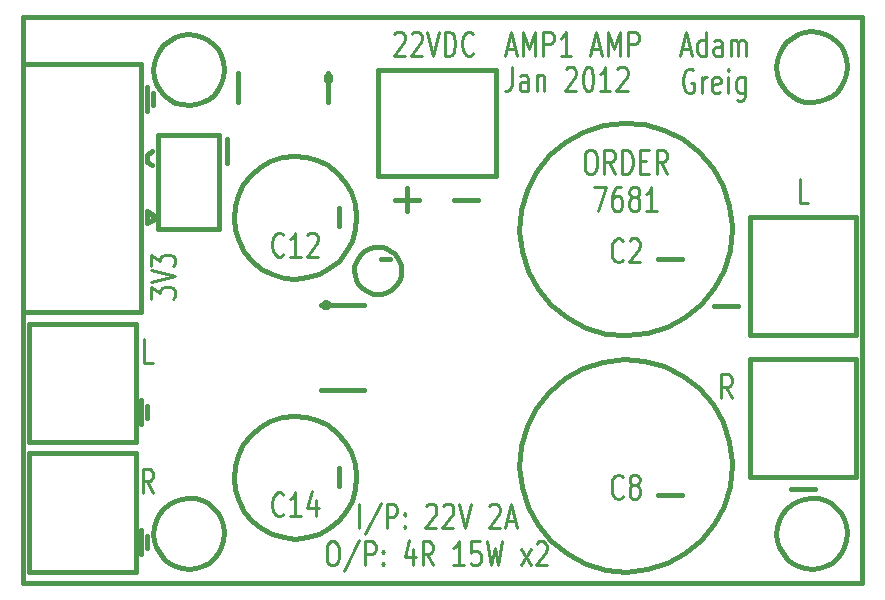
<source format=gto>
G04 (created by PCBNEW-RS274X (2010-03-14)-final) date Thu 12 Jan 2012 21:53:35 GMT*
G01*
G70*
G90*
%MOIN*%
G04 Gerber Fmt 3.4, Leading zero omitted, Abs format*
%FSLAX34Y34*%
G04 APERTURE LIST*
%ADD10C,0.006000*%
%ADD11C,0.015000*%
%ADD12C,0.010000*%
G04 APERTURE END LIST*
G54D10*
G54D11*
X38386Y-49803D02*
X38583Y-49921D01*
X38386Y-50197D02*
X38583Y-50079D01*
X38386Y-49803D02*
X38386Y-50197D01*
G54D12*
X45446Y-60363D02*
X45446Y-59563D01*
X46160Y-59525D02*
X45646Y-60553D01*
X46361Y-60363D02*
X46361Y-59563D01*
X46589Y-59563D01*
X46647Y-59601D01*
X46675Y-59639D01*
X46704Y-59715D01*
X46704Y-59829D01*
X46675Y-59906D01*
X46647Y-59944D01*
X46589Y-59982D01*
X46361Y-59982D01*
X46961Y-60287D02*
X46989Y-60325D01*
X46961Y-60363D01*
X46932Y-60325D01*
X46961Y-60287D01*
X46961Y-60363D01*
X46961Y-59868D02*
X46989Y-59906D01*
X46961Y-59944D01*
X46932Y-59906D01*
X46961Y-59868D01*
X46961Y-59944D01*
X47675Y-59639D02*
X47704Y-59601D01*
X47761Y-59563D01*
X47904Y-59563D01*
X47961Y-59601D01*
X47990Y-59639D01*
X48018Y-59715D01*
X48018Y-59791D01*
X47990Y-59906D01*
X47647Y-60363D01*
X48018Y-60363D01*
X48246Y-59639D02*
X48275Y-59601D01*
X48332Y-59563D01*
X48475Y-59563D01*
X48532Y-59601D01*
X48561Y-59639D01*
X48589Y-59715D01*
X48589Y-59791D01*
X48561Y-59906D01*
X48218Y-60363D01*
X48589Y-60363D01*
X48760Y-59563D02*
X48960Y-60363D01*
X49160Y-59563D01*
X49788Y-59639D02*
X49817Y-59601D01*
X49874Y-59563D01*
X50017Y-59563D01*
X50074Y-59601D01*
X50103Y-59639D01*
X50131Y-59715D01*
X50131Y-59791D01*
X50103Y-59906D01*
X49760Y-60363D01*
X50131Y-60363D01*
X50359Y-60134D02*
X50645Y-60134D01*
X50302Y-60363D02*
X50502Y-59563D01*
X50702Y-60363D01*
X44503Y-60803D02*
X44617Y-60803D01*
X44675Y-60841D01*
X44732Y-60917D01*
X44760Y-61069D01*
X44760Y-61336D01*
X44732Y-61489D01*
X44675Y-61565D01*
X44617Y-61603D01*
X44503Y-61603D01*
X44446Y-61565D01*
X44389Y-61489D01*
X44360Y-61336D01*
X44360Y-61069D01*
X44389Y-60917D01*
X44446Y-60841D01*
X44503Y-60803D01*
X45446Y-60765D02*
X44932Y-61793D01*
X45647Y-61603D02*
X45647Y-60803D01*
X45875Y-60803D01*
X45933Y-60841D01*
X45961Y-60879D01*
X45990Y-60955D01*
X45990Y-61069D01*
X45961Y-61146D01*
X45933Y-61184D01*
X45875Y-61222D01*
X45647Y-61222D01*
X46247Y-61527D02*
X46275Y-61565D01*
X46247Y-61603D01*
X46218Y-61565D01*
X46247Y-61527D01*
X46247Y-61603D01*
X46247Y-61108D02*
X46275Y-61146D01*
X46247Y-61184D01*
X46218Y-61146D01*
X46247Y-61108D01*
X46247Y-61184D01*
X47247Y-61069D02*
X47247Y-61603D01*
X47104Y-60765D02*
X46961Y-61336D01*
X47333Y-61336D01*
X47904Y-61603D02*
X47704Y-61222D01*
X47561Y-61603D02*
X47561Y-60803D01*
X47789Y-60803D01*
X47847Y-60841D01*
X47875Y-60879D01*
X47904Y-60955D01*
X47904Y-61069D01*
X47875Y-61146D01*
X47847Y-61184D01*
X47789Y-61222D01*
X47561Y-61222D01*
X48932Y-61603D02*
X48589Y-61603D01*
X48761Y-61603D02*
X48761Y-60803D01*
X48704Y-60917D01*
X48646Y-60993D01*
X48589Y-61031D01*
X49475Y-60803D02*
X49189Y-60803D01*
X49160Y-61184D01*
X49189Y-61146D01*
X49246Y-61108D01*
X49389Y-61108D01*
X49446Y-61146D01*
X49475Y-61184D01*
X49503Y-61260D01*
X49503Y-61450D01*
X49475Y-61527D01*
X49446Y-61565D01*
X49389Y-61603D01*
X49246Y-61603D01*
X49189Y-61565D01*
X49160Y-61527D01*
X49703Y-60803D02*
X49846Y-61603D01*
X49960Y-61031D01*
X50074Y-61603D01*
X50217Y-60803D01*
X50846Y-61603D02*
X51160Y-61069D01*
X50846Y-61069D02*
X51160Y-61603D01*
X51360Y-60879D02*
X51389Y-60841D01*
X51446Y-60803D01*
X51589Y-60803D01*
X51646Y-60841D01*
X51675Y-60879D01*
X51703Y-60955D01*
X51703Y-61031D01*
X51675Y-61146D01*
X51332Y-61603D01*
X51703Y-61603D01*
X56197Y-44386D02*
X56483Y-44386D01*
X56140Y-44615D02*
X56340Y-43815D01*
X56540Y-44615D01*
X56997Y-44615D02*
X56997Y-43815D01*
X56997Y-44577D02*
X56940Y-44615D01*
X56826Y-44615D01*
X56768Y-44577D01*
X56740Y-44539D01*
X56711Y-44462D01*
X56711Y-44234D01*
X56740Y-44158D01*
X56768Y-44120D01*
X56826Y-44081D01*
X56940Y-44081D01*
X56997Y-44120D01*
X57540Y-44615D02*
X57540Y-44196D01*
X57511Y-44120D01*
X57454Y-44081D01*
X57340Y-44081D01*
X57283Y-44120D01*
X57540Y-44577D02*
X57483Y-44615D01*
X57340Y-44615D01*
X57283Y-44577D01*
X57254Y-44501D01*
X57254Y-44424D01*
X57283Y-44348D01*
X57340Y-44310D01*
X57483Y-44310D01*
X57540Y-44272D01*
X57826Y-44615D02*
X57826Y-44081D01*
X57826Y-44158D02*
X57854Y-44120D01*
X57912Y-44081D01*
X57997Y-44081D01*
X58054Y-44120D01*
X58083Y-44196D01*
X58083Y-44615D01*
X58083Y-44196D02*
X58112Y-44120D01*
X58169Y-44081D01*
X58254Y-44081D01*
X58312Y-44120D01*
X58340Y-44196D01*
X58340Y-44615D01*
X56583Y-45093D02*
X56526Y-45055D01*
X56440Y-45055D01*
X56355Y-45093D01*
X56297Y-45169D01*
X56269Y-45245D01*
X56240Y-45398D01*
X56240Y-45512D01*
X56269Y-45664D01*
X56297Y-45741D01*
X56355Y-45817D01*
X56440Y-45855D01*
X56497Y-45855D01*
X56583Y-45817D01*
X56612Y-45779D01*
X56612Y-45512D01*
X56497Y-45512D01*
X56869Y-45855D02*
X56869Y-45321D01*
X56869Y-45474D02*
X56897Y-45398D01*
X56926Y-45360D01*
X56983Y-45321D01*
X57040Y-45321D01*
X57468Y-45817D02*
X57411Y-45855D01*
X57297Y-45855D01*
X57240Y-45817D01*
X57211Y-45741D01*
X57211Y-45436D01*
X57240Y-45360D01*
X57297Y-45321D01*
X57411Y-45321D01*
X57468Y-45360D01*
X57497Y-45436D01*
X57497Y-45512D01*
X57211Y-45588D01*
X57754Y-45855D02*
X57754Y-45321D01*
X57754Y-45055D02*
X57725Y-45093D01*
X57754Y-45131D01*
X57782Y-45093D01*
X57754Y-45055D01*
X57754Y-45131D01*
X58297Y-45321D02*
X58297Y-45969D01*
X58268Y-46045D01*
X58240Y-46083D01*
X58183Y-46121D01*
X58097Y-46121D01*
X58040Y-46083D01*
X58297Y-45817D02*
X58240Y-45855D01*
X58126Y-45855D01*
X58068Y-45817D01*
X58040Y-45779D01*
X58011Y-45702D01*
X58011Y-45474D01*
X58040Y-45398D01*
X58068Y-45360D01*
X58126Y-45321D01*
X58240Y-45321D01*
X58297Y-45360D01*
X50534Y-44996D02*
X50534Y-45567D01*
X50506Y-45682D01*
X50449Y-45758D01*
X50363Y-45796D01*
X50306Y-45796D01*
X51077Y-45796D02*
X51077Y-45377D01*
X51048Y-45301D01*
X50991Y-45262D01*
X50877Y-45262D01*
X50820Y-45301D01*
X51077Y-45758D02*
X51020Y-45796D01*
X50877Y-45796D01*
X50820Y-45758D01*
X50791Y-45682D01*
X50791Y-45605D01*
X50820Y-45529D01*
X50877Y-45491D01*
X51020Y-45491D01*
X51077Y-45453D01*
X51363Y-45262D02*
X51363Y-45796D01*
X51363Y-45339D02*
X51391Y-45301D01*
X51449Y-45262D01*
X51534Y-45262D01*
X51591Y-45301D01*
X51620Y-45377D01*
X51620Y-45796D01*
X52334Y-45072D02*
X52363Y-45034D01*
X52420Y-44996D01*
X52563Y-44996D01*
X52620Y-45034D01*
X52649Y-45072D01*
X52677Y-45148D01*
X52677Y-45224D01*
X52649Y-45339D01*
X52306Y-45796D01*
X52677Y-45796D01*
X53048Y-44996D02*
X53105Y-44996D01*
X53162Y-45034D01*
X53191Y-45072D01*
X53220Y-45148D01*
X53248Y-45301D01*
X53248Y-45491D01*
X53220Y-45643D01*
X53191Y-45720D01*
X53162Y-45758D01*
X53105Y-45796D01*
X53048Y-45796D01*
X52991Y-45758D01*
X52962Y-45720D01*
X52934Y-45643D01*
X52905Y-45491D01*
X52905Y-45301D01*
X52934Y-45148D01*
X52962Y-45072D01*
X52991Y-45034D01*
X53048Y-44996D01*
X53819Y-45796D02*
X53476Y-45796D01*
X53648Y-45796D02*
X53648Y-44996D01*
X53591Y-45110D01*
X53533Y-45186D01*
X53476Y-45224D01*
X54047Y-45072D02*
X54076Y-45034D01*
X54133Y-44996D01*
X54276Y-44996D01*
X54333Y-45034D01*
X54362Y-45072D01*
X54390Y-45148D01*
X54390Y-45224D01*
X54362Y-45339D01*
X54019Y-45796D01*
X54390Y-45796D01*
X50359Y-44386D02*
X50645Y-44386D01*
X50302Y-44615D02*
X50502Y-43815D01*
X50702Y-44615D01*
X50902Y-44615D02*
X50902Y-43815D01*
X51102Y-44386D01*
X51302Y-43815D01*
X51302Y-44615D01*
X51588Y-44615D02*
X51588Y-43815D01*
X51816Y-43815D01*
X51874Y-43853D01*
X51902Y-43891D01*
X51931Y-43967D01*
X51931Y-44081D01*
X51902Y-44158D01*
X51874Y-44196D01*
X51816Y-44234D01*
X51588Y-44234D01*
X52502Y-44615D02*
X52159Y-44615D01*
X52331Y-44615D02*
X52331Y-43815D01*
X52274Y-43929D01*
X52216Y-44005D01*
X52159Y-44043D01*
X53187Y-44386D02*
X53473Y-44386D01*
X53130Y-44615D02*
X53330Y-43815D01*
X53530Y-44615D01*
X53730Y-44615D02*
X53730Y-43815D01*
X53930Y-44386D01*
X54130Y-43815D01*
X54130Y-44615D01*
X54416Y-44615D02*
X54416Y-43815D01*
X54644Y-43815D01*
X54702Y-43853D01*
X54730Y-43891D01*
X54759Y-43967D01*
X54759Y-44081D01*
X54730Y-44158D01*
X54702Y-44196D01*
X54644Y-44234D01*
X54416Y-44234D01*
X42922Y-51232D02*
X42893Y-51270D01*
X42807Y-51308D01*
X42750Y-51308D01*
X42665Y-51270D01*
X42607Y-51194D01*
X42579Y-51117D01*
X42550Y-50965D01*
X42550Y-50851D01*
X42579Y-50698D01*
X42607Y-50622D01*
X42665Y-50546D01*
X42750Y-50508D01*
X42807Y-50508D01*
X42893Y-50546D01*
X42922Y-50584D01*
X43493Y-51308D02*
X43150Y-51308D01*
X43322Y-51308D02*
X43322Y-50508D01*
X43265Y-50622D01*
X43207Y-50698D01*
X43150Y-50736D01*
X43721Y-50584D02*
X43750Y-50546D01*
X43807Y-50508D01*
X43950Y-50508D01*
X44007Y-50546D01*
X44036Y-50584D01*
X44064Y-50660D01*
X44064Y-50736D01*
X44036Y-50851D01*
X43693Y-51308D01*
X44064Y-51308D01*
X42922Y-59894D02*
X42893Y-59932D01*
X42807Y-59970D01*
X42750Y-59970D01*
X42665Y-59932D01*
X42607Y-59856D01*
X42579Y-59779D01*
X42550Y-59627D01*
X42550Y-59513D01*
X42579Y-59360D01*
X42607Y-59284D01*
X42665Y-59208D01*
X42750Y-59170D01*
X42807Y-59170D01*
X42893Y-59208D01*
X42922Y-59246D01*
X43493Y-59970D02*
X43150Y-59970D01*
X43322Y-59970D02*
X43322Y-59170D01*
X43265Y-59284D01*
X43207Y-59360D01*
X43150Y-59398D01*
X44007Y-59436D02*
X44007Y-59970D01*
X43864Y-59132D02*
X43721Y-59703D01*
X44093Y-59703D01*
X54232Y-59303D02*
X54203Y-59341D01*
X54117Y-59379D01*
X54060Y-59379D01*
X53975Y-59341D01*
X53917Y-59265D01*
X53889Y-59188D01*
X53860Y-59036D01*
X53860Y-58922D01*
X53889Y-58769D01*
X53917Y-58693D01*
X53975Y-58617D01*
X54060Y-58579D01*
X54117Y-58579D01*
X54203Y-58617D01*
X54232Y-58655D01*
X54575Y-58922D02*
X54517Y-58884D01*
X54489Y-58845D01*
X54460Y-58769D01*
X54460Y-58731D01*
X54489Y-58655D01*
X54517Y-58617D01*
X54575Y-58579D01*
X54689Y-58579D01*
X54746Y-58617D01*
X54775Y-58655D01*
X54803Y-58731D01*
X54803Y-58769D01*
X54775Y-58845D01*
X54746Y-58884D01*
X54689Y-58922D01*
X54575Y-58922D01*
X54517Y-58960D01*
X54489Y-58998D01*
X54460Y-59074D01*
X54460Y-59226D01*
X54489Y-59303D01*
X54517Y-59341D01*
X54575Y-59379D01*
X54689Y-59379D01*
X54746Y-59341D01*
X54775Y-59303D01*
X54803Y-59226D01*
X54803Y-59074D01*
X54775Y-58998D01*
X54746Y-58960D01*
X54689Y-58922D01*
X54232Y-51429D02*
X54203Y-51467D01*
X54117Y-51505D01*
X54060Y-51505D01*
X53975Y-51467D01*
X53917Y-51391D01*
X53889Y-51314D01*
X53860Y-51162D01*
X53860Y-51048D01*
X53889Y-50895D01*
X53917Y-50819D01*
X53975Y-50743D01*
X54060Y-50705D01*
X54117Y-50705D01*
X54203Y-50743D01*
X54232Y-50781D01*
X54460Y-50781D02*
X54489Y-50743D01*
X54546Y-50705D01*
X54689Y-50705D01*
X54746Y-50743D01*
X54775Y-50781D01*
X54803Y-50857D01*
X54803Y-50933D01*
X54775Y-51048D01*
X54432Y-51505D01*
X54803Y-51505D01*
G54D11*
X38583Y-49921D02*
X38583Y-50079D01*
X38386Y-48150D02*
X38543Y-48268D01*
X38386Y-47913D02*
X38543Y-47795D01*
X38386Y-48031D02*
X38386Y-48150D01*
X38386Y-48031D02*
X38386Y-47913D01*
X38386Y-60630D02*
X38386Y-61024D01*
X38189Y-60433D02*
X38189Y-61220D01*
X38386Y-56299D02*
X38386Y-56693D01*
X38189Y-56102D02*
X38189Y-56890D01*
X38583Y-45866D02*
X38583Y-46260D01*
X38386Y-45669D02*
X38386Y-46457D01*
X59842Y-59055D02*
X60630Y-59055D01*
G54D12*
X60422Y-49537D02*
X60136Y-49537D01*
X60136Y-48737D01*
X57863Y-56033D02*
X57663Y-55652D01*
X57520Y-56033D02*
X57520Y-55233D01*
X57748Y-55233D01*
X57806Y-55271D01*
X57834Y-55309D01*
X57863Y-55385D01*
X57863Y-55499D01*
X57834Y-55576D01*
X57806Y-55614D01*
X57748Y-55652D01*
X57520Y-55652D01*
G54D11*
X58071Y-52953D02*
X57283Y-52953D01*
G54D12*
X38500Y-52710D02*
X38500Y-52339D01*
X38805Y-52539D01*
X38805Y-52453D01*
X38843Y-52396D01*
X38881Y-52367D01*
X38957Y-52339D01*
X39147Y-52339D01*
X39224Y-52367D01*
X39262Y-52396D01*
X39300Y-52453D01*
X39300Y-52625D01*
X39262Y-52682D01*
X39224Y-52710D01*
X38500Y-52168D02*
X39300Y-51968D01*
X38500Y-51768D01*
X38500Y-51625D02*
X38500Y-51254D01*
X38805Y-51454D01*
X38805Y-51368D01*
X38843Y-51311D01*
X38881Y-51282D01*
X38957Y-51254D01*
X39147Y-51254D01*
X39224Y-51282D01*
X39262Y-51311D01*
X39300Y-51368D01*
X39300Y-51540D01*
X39262Y-51597D01*
X39224Y-51625D01*
X38572Y-59182D02*
X38372Y-58801D01*
X38229Y-59182D02*
X38229Y-58382D01*
X38457Y-58382D01*
X38515Y-58420D01*
X38543Y-58458D01*
X38572Y-58534D01*
X38572Y-58648D01*
X38543Y-58725D01*
X38515Y-58763D01*
X38457Y-58801D01*
X38229Y-58801D01*
X38572Y-54851D02*
X38286Y-54851D01*
X38286Y-54051D01*
X53102Y-47752D02*
X53216Y-47752D01*
X53274Y-47790D01*
X53331Y-47866D01*
X53359Y-48018D01*
X53359Y-48285D01*
X53331Y-48438D01*
X53274Y-48514D01*
X53216Y-48552D01*
X53102Y-48552D01*
X53045Y-48514D01*
X52988Y-48438D01*
X52959Y-48285D01*
X52959Y-48018D01*
X52988Y-47866D01*
X53045Y-47790D01*
X53102Y-47752D01*
X53960Y-48552D02*
X53760Y-48171D01*
X53617Y-48552D02*
X53617Y-47752D01*
X53845Y-47752D01*
X53903Y-47790D01*
X53931Y-47828D01*
X53960Y-47904D01*
X53960Y-48018D01*
X53931Y-48095D01*
X53903Y-48133D01*
X53845Y-48171D01*
X53617Y-48171D01*
X54217Y-48552D02*
X54217Y-47752D01*
X54360Y-47752D01*
X54445Y-47790D01*
X54503Y-47866D01*
X54531Y-47942D01*
X54560Y-48095D01*
X54560Y-48209D01*
X54531Y-48361D01*
X54503Y-48438D01*
X54445Y-48514D01*
X54360Y-48552D01*
X54217Y-48552D01*
X54817Y-48133D02*
X55017Y-48133D01*
X55103Y-48552D02*
X54817Y-48552D01*
X54817Y-47752D01*
X55103Y-47752D01*
X55703Y-48552D02*
X55503Y-48171D01*
X55360Y-48552D02*
X55360Y-47752D01*
X55588Y-47752D01*
X55646Y-47790D01*
X55674Y-47828D01*
X55703Y-47904D01*
X55703Y-48018D01*
X55674Y-48095D01*
X55646Y-48133D01*
X55588Y-48171D01*
X55360Y-48171D01*
X53275Y-48992D02*
X53675Y-48992D01*
X53418Y-49792D01*
X54160Y-48992D02*
X54046Y-48992D01*
X53989Y-49030D01*
X53960Y-49068D01*
X53903Y-49182D01*
X53874Y-49335D01*
X53874Y-49639D01*
X53903Y-49716D01*
X53931Y-49754D01*
X53989Y-49792D01*
X54103Y-49792D01*
X54160Y-49754D01*
X54189Y-49716D01*
X54217Y-49639D01*
X54217Y-49449D01*
X54189Y-49373D01*
X54160Y-49335D01*
X54103Y-49297D01*
X53989Y-49297D01*
X53931Y-49335D01*
X53903Y-49373D01*
X53874Y-49449D01*
X54560Y-49335D02*
X54502Y-49297D01*
X54474Y-49258D01*
X54445Y-49182D01*
X54445Y-49144D01*
X54474Y-49068D01*
X54502Y-49030D01*
X54560Y-48992D01*
X54674Y-48992D01*
X54731Y-49030D01*
X54760Y-49068D01*
X54788Y-49144D01*
X54788Y-49182D01*
X54760Y-49258D01*
X54731Y-49297D01*
X54674Y-49335D01*
X54560Y-49335D01*
X54502Y-49373D01*
X54474Y-49411D01*
X54445Y-49487D01*
X54445Y-49639D01*
X54474Y-49716D01*
X54502Y-49754D01*
X54560Y-49792D01*
X54674Y-49792D01*
X54731Y-49754D01*
X54760Y-49716D01*
X54788Y-49639D01*
X54788Y-49487D01*
X54760Y-49411D01*
X54731Y-49373D01*
X54674Y-49335D01*
X55359Y-49792D02*
X55016Y-49792D01*
X55188Y-49792D02*
X55188Y-48992D01*
X55131Y-49106D01*
X55073Y-49182D01*
X55016Y-49220D01*
G54D11*
X48622Y-49409D02*
X49409Y-49409D01*
X46653Y-49409D02*
X47441Y-49409D01*
X47047Y-49016D02*
X47047Y-49803D01*
G54D12*
X46619Y-43891D02*
X46648Y-43853D01*
X46705Y-43815D01*
X46848Y-43815D01*
X46905Y-43853D01*
X46934Y-43891D01*
X46962Y-43967D01*
X46962Y-44043D01*
X46934Y-44158D01*
X46591Y-44615D01*
X46962Y-44615D01*
X47190Y-43891D02*
X47219Y-43853D01*
X47276Y-43815D01*
X47419Y-43815D01*
X47476Y-43853D01*
X47505Y-43891D01*
X47533Y-43967D01*
X47533Y-44043D01*
X47505Y-44158D01*
X47162Y-44615D01*
X47533Y-44615D01*
X47704Y-43815D02*
X47904Y-44615D01*
X48104Y-43815D01*
X48304Y-44615D02*
X48304Y-43815D01*
X48447Y-43815D01*
X48532Y-43853D01*
X48590Y-43929D01*
X48618Y-44005D01*
X48647Y-44158D01*
X48647Y-44272D01*
X48618Y-44424D01*
X48590Y-44501D01*
X48532Y-44577D01*
X48447Y-44615D01*
X48304Y-44615D01*
X49247Y-44539D02*
X49218Y-44577D01*
X49132Y-44615D01*
X49075Y-44615D01*
X48990Y-44577D01*
X48932Y-44501D01*
X48904Y-44424D01*
X48875Y-44272D01*
X48875Y-44158D01*
X48904Y-44005D01*
X48932Y-43929D01*
X48990Y-43853D01*
X49075Y-43815D01*
X49132Y-43815D01*
X49218Y-43853D01*
X49247Y-43891D01*
G54D11*
X46161Y-51378D02*
X46457Y-51378D01*
X55413Y-51378D02*
X56201Y-51378D01*
X55413Y-59252D02*
X56201Y-59252D01*
X44783Y-58366D02*
X44783Y-58957D01*
X44783Y-49705D02*
X44783Y-50295D01*
X34252Y-62205D02*
X34252Y-43307D01*
X62205Y-62205D02*
X34252Y-62205D01*
X62205Y-43307D02*
X62205Y-62205D01*
X34252Y-43307D02*
X62205Y-43307D01*
X44408Y-52914D02*
X44406Y-52929D01*
X44402Y-52943D01*
X44394Y-52957D01*
X44385Y-52968D01*
X44373Y-52978D01*
X44360Y-52985D01*
X44345Y-52990D01*
X44330Y-52991D01*
X44316Y-52990D01*
X44301Y-52986D01*
X44288Y-52979D01*
X44276Y-52969D01*
X44266Y-52958D01*
X44259Y-52944D01*
X44254Y-52930D01*
X44253Y-52915D01*
X44254Y-52900D01*
X44258Y-52886D01*
X44265Y-52872D01*
X44274Y-52860D01*
X44286Y-52850D01*
X44299Y-52843D01*
X44314Y-52838D01*
X44329Y-52837D01*
X44343Y-52838D01*
X44358Y-52842D01*
X44371Y-52849D01*
X44383Y-52858D01*
X44393Y-52870D01*
X44401Y-52883D01*
X44406Y-52897D01*
X44407Y-52912D01*
X44408Y-52914D01*
X45591Y-55748D02*
X44173Y-55748D01*
X45591Y-52914D02*
X44173Y-52914D01*
X41024Y-48110D02*
X41024Y-48189D01*
X41024Y-47402D02*
X41024Y-48110D01*
X40788Y-47244D02*
X40788Y-50394D01*
X40788Y-50394D02*
X38819Y-50394D01*
X38819Y-50394D02*
X38740Y-50394D01*
X38740Y-50394D02*
X38740Y-47244D01*
X38740Y-47244D02*
X40788Y-47244D01*
X46850Y-51772D02*
X46835Y-51924D01*
X46790Y-52071D01*
X46718Y-52207D01*
X46621Y-52326D01*
X46503Y-52424D01*
X46367Y-52497D01*
X46221Y-52542D01*
X46068Y-52558D01*
X45916Y-52545D01*
X45769Y-52501D01*
X45633Y-52430D01*
X45513Y-52334D01*
X45414Y-52216D01*
X45340Y-52082D01*
X45294Y-51935D01*
X45277Y-51782D01*
X45289Y-51630D01*
X45332Y-51483D01*
X45402Y-51346D01*
X45497Y-51226D01*
X45614Y-51126D01*
X45748Y-51051D01*
X45895Y-51004D01*
X46047Y-50986D01*
X46199Y-50997D01*
X46347Y-51039D01*
X46484Y-51108D01*
X46605Y-51203D01*
X46706Y-51319D01*
X46781Y-51452D01*
X46830Y-51598D01*
X46849Y-51751D01*
X46850Y-51772D01*
X45354Y-58661D02*
X45315Y-59058D01*
X45199Y-59441D01*
X45011Y-59793D01*
X44759Y-60103D01*
X44451Y-60358D01*
X44100Y-60548D01*
X43718Y-60666D01*
X43321Y-60707D01*
X42924Y-60671D01*
X42541Y-60558D01*
X42187Y-60373D01*
X41875Y-60123D01*
X41618Y-59817D01*
X41426Y-59467D01*
X41305Y-59086D01*
X41261Y-58689D01*
X41294Y-58292D01*
X41404Y-57908D01*
X41587Y-57553D01*
X41835Y-57240D01*
X42139Y-56981D01*
X42488Y-56786D01*
X42868Y-56662D01*
X43265Y-56615D01*
X43662Y-56646D01*
X44047Y-56753D01*
X44403Y-56933D01*
X44718Y-57179D01*
X44979Y-57482D01*
X45177Y-57829D01*
X45303Y-58208D01*
X45353Y-58604D01*
X45354Y-58661D01*
X45354Y-50000D02*
X45315Y-50397D01*
X45199Y-50780D01*
X45011Y-51132D01*
X44759Y-51442D01*
X44451Y-51697D01*
X44100Y-51887D01*
X43718Y-52005D01*
X43321Y-52046D01*
X42924Y-52010D01*
X42541Y-51897D01*
X42187Y-51712D01*
X41875Y-51462D01*
X41618Y-51156D01*
X41426Y-50806D01*
X41305Y-50425D01*
X41261Y-50028D01*
X41294Y-49631D01*
X41404Y-49247D01*
X41587Y-48892D01*
X41835Y-48579D01*
X42139Y-48320D01*
X42488Y-48125D01*
X42868Y-48001D01*
X43265Y-47954D01*
X43662Y-47985D01*
X44047Y-48092D01*
X44403Y-48272D01*
X44718Y-48518D01*
X44979Y-48821D01*
X45177Y-49168D01*
X45303Y-49547D01*
X45353Y-49943D01*
X45354Y-50000D01*
X57874Y-58268D02*
X57806Y-58956D01*
X57606Y-59618D01*
X57282Y-60228D01*
X56845Y-60764D01*
X56312Y-61205D01*
X55703Y-61534D01*
X55043Y-61738D01*
X54355Y-61810D01*
X53668Y-61748D01*
X53004Y-61553D01*
X52391Y-61232D01*
X51853Y-60799D01*
X51408Y-60269D01*
X51075Y-59663D01*
X50866Y-59004D01*
X50789Y-58317D01*
X50847Y-57629D01*
X51037Y-56964D01*
X51353Y-56349D01*
X51783Y-55807D01*
X52309Y-55359D01*
X52913Y-55022D01*
X53571Y-54808D01*
X54257Y-54726D01*
X54946Y-54779D01*
X55612Y-54965D01*
X56229Y-55277D01*
X56774Y-55703D01*
X57226Y-56226D01*
X57567Y-56827D01*
X57785Y-57484D01*
X57872Y-58170D01*
X57874Y-58268D01*
X57874Y-50394D02*
X57806Y-51082D01*
X57606Y-51744D01*
X57282Y-52354D01*
X56845Y-52890D01*
X56312Y-53331D01*
X55703Y-53660D01*
X55043Y-53864D01*
X54355Y-53936D01*
X53668Y-53874D01*
X53004Y-53679D01*
X52391Y-53358D01*
X51853Y-52925D01*
X51408Y-52395D01*
X51075Y-51789D01*
X50866Y-51130D01*
X50789Y-50443D01*
X50847Y-49755D01*
X51037Y-49090D01*
X51353Y-48475D01*
X51783Y-47933D01*
X52309Y-47485D01*
X52913Y-47148D01*
X53571Y-46934D01*
X54257Y-46852D01*
X54946Y-46905D01*
X55612Y-47091D01*
X56229Y-47403D01*
X56774Y-47829D01*
X57226Y-48352D01*
X57567Y-48953D01*
X57785Y-49610D01*
X57872Y-50296D01*
X57874Y-50394D01*
X58464Y-58662D02*
X62008Y-58662D01*
X62008Y-58662D02*
X62008Y-54724D01*
X62008Y-54724D02*
X58464Y-54724D01*
X58464Y-54724D02*
X58464Y-58662D01*
X34448Y-61811D02*
X37992Y-61811D01*
X37992Y-61811D02*
X37992Y-57873D01*
X37992Y-57873D02*
X34448Y-57873D01*
X34448Y-57873D02*
X34448Y-61811D01*
X34448Y-57481D02*
X37992Y-57481D01*
X37992Y-57481D02*
X37992Y-53543D01*
X37992Y-53543D02*
X34448Y-53543D01*
X34448Y-53543D02*
X34448Y-57481D01*
X58464Y-53937D02*
X62008Y-53937D01*
X62008Y-53937D02*
X62008Y-49999D01*
X62008Y-49999D02*
X58464Y-49999D01*
X58464Y-49999D02*
X58464Y-53937D01*
X50000Y-48622D02*
X50000Y-45078D01*
X50000Y-45078D02*
X46062Y-45078D01*
X46062Y-45078D02*
X46062Y-48622D01*
X46062Y-48622D02*
X50000Y-48622D01*
X36220Y-53149D02*
X34251Y-53149D01*
X34251Y-53149D02*
X34251Y-44881D01*
X34251Y-44881D02*
X38189Y-44881D01*
X38189Y-44881D02*
X38189Y-53149D01*
X38189Y-53149D02*
X36220Y-53149D01*
X44488Y-45354D02*
X44486Y-45369D01*
X44482Y-45384D01*
X44474Y-45397D01*
X44465Y-45409D01*
X44453Y-45419D01*
X44439Y-45426D01*
X44424Y-45431D01*
X44409Y-45432D01*
X44395Y-45431D01*
X44380Y-45427D01*
X44366Y-45420D01*
X44354Y-45410D01*
X44344Y-45398D01*
X44337Y-45385D01*
X44332Y-45370D01*
X44331Y-45355D01*
X44332Y-45340D01*
X44336Y-45325D01*
X44343Y-45312D01*
X44353Y-45300D01*
X44364Y-45290D01*
X44378Y-45282D01*
X44393Y-45277D01*
X44408Y-45276D01*
X44422Y-45277D01*
X44437Y-45281D01*
X44451Y-45288D01*
X44463Y-45297D01*
X44473Y-45309D01*
X44481Y-45322D01*
X44486Y-45337D01*
X44487Y-45352D01*
X44488Y-45354D01*
X41417Y-46141D02*
X41417Y-45197D01*
X44409Y-45275D02*
X44409Y-45197D01*
X44409Y-46141D02*
X44409Y-45275D01*
X61712Y-44980D02*
X61689Y-45209D01*
X61622Y-45430D01*
X61514Y-45633D01*
X61369Y-45812D01*
X61191Y-45959D01*
X60988Y-46068D01*
X60768Y-46136D01*
X60539Y-46160D01*
X60310Y-46140D01*
X60089Y-46075D01*
X59885Y-45968D01*
X59705Y-45823D01*
X59557Y-45647D01*
X59446Y-45445D01*
X59376Y-45225D01*
X59351Y-44996D01*
X59370Y-44767D01*
X59433Y-44546D01*
X59539Y-44341D01*
X59682Y-44160D01*
X59857Y-44011D01*
X60059Y-43898D01*
X60278Y-43827D01*
X60507Y-43800D01*
X60736Y-43817D01*
X60958Y-43879D01*
X61163Y-43983D01*
X61345Y-44125D01*
X61496Y-44300D01*
X61609Y-44500D01*
X61682Y-44719D01*
X61711Y-44948D01*
X61712Y-44980D01*
X61712Y-60531D02*
X61689Y-60760D01*
X61622Y-60981D01*
X61514Y-61184D01*
X61369Y-61363D01*
X61191Y-61510D01*
X60988Y-61619D01*
X60768Y-61687D01*
X60539Y-61711D01*
X60310Y-61691D01*
X60089Y-61626D01*
X59885Y-61519D01*
X59705Y-61374D01*
X59557Y-61198D01*
X59446Y-60996D01*
X59376Y-60776D01*
X59351Y-60547D01*
X59370Y-60318D01*
X59433Y-60097D01*
X59539Y-59892D01*
X59682Y-59711D01*
X59857Y-59562D01*
X60059Y-59449D01*
X60278Y-59378D01*
X60507Y-59351D01*
X60736Y-59368D01*
X60958Y-59430D01*
X61163Y-59534D01*
X61345Y-59676D01*
X61496Y-59851D01*
X61609Y-60051D01*
X61682Y-60270D01*
X61711Y-60499D01*
X61712Y-60531D01*
X40945Y-60531D02*
X40922Y-60760D01*
X40855Y-60981D01*
X40747Y-61184D01*
X40602Y-61363D01*
X40424Y-61510D01*
X40221Y-61619D01*
X40001Y-61687D01*
X39772Y-61711D01*
X39543Y-61691D01*
X39322Y-61626D01*
X39118Y-61519D01*
X38938Y-61374D01*
X38790Y-61198D01*
X38679Y-60996D01*
X38609Y-60776D01*
X38584Y-60547D01*
X38603Y-60318D01*
X38666Y-60097D01*
X38772Y-59892D01*
X38915Y-59711D01*
X39090Y-59562D01*
X39292Y-59449D01*
X39511Y-59378D01*
X39740Y-59351D01*
X39969Y-59368D01*
X40191Y-59430D01*
X40396Y-59534D01*
X40578Y-59676D01*
X40729Y-59851D01*
X40842Y-60051D01*
X40915Y-60270D01*
X40944Y-60499D01*
X40945Y-60531D01*
X40945Y-45079D02*
X40922Y-45308D01*
X40855Y-45529D01*
X40747Y-45732D01*
X40602Y-45911D01*
X40424Y-46058D01*
X40221Y-46167D01*
X40001Y-46235D01*
X39772Y-46259D01*
X39543Y-46239D01*
X39322Y-46174D01*
X39118Y-46067D01*
X38938Y-45922D01*
X38790Y-45746D01*
X38679Y-45544D01*
X38609Y-45324D01*
X38584Y-45095D01*
X38603Y-44866D01*
X38666Y-44645D01*
X38772Y-44440D01*
X38915Y-44259D01*
X39090Y-44110D01*
X39292Y-43997D01*
X39511Y-43926D01*
X39740Y-43899D01*
X39969Y-43916D01*
X40191Y-43978D01*
X40396Y-44082D01*
X40578Y-44224D01*
X40729Y-44399D01*
X40842Y-44599D01*
X40915Y-44818D01*
X40944Y-45047D01*
X40945Y-45079D01*
M02*

</source>
